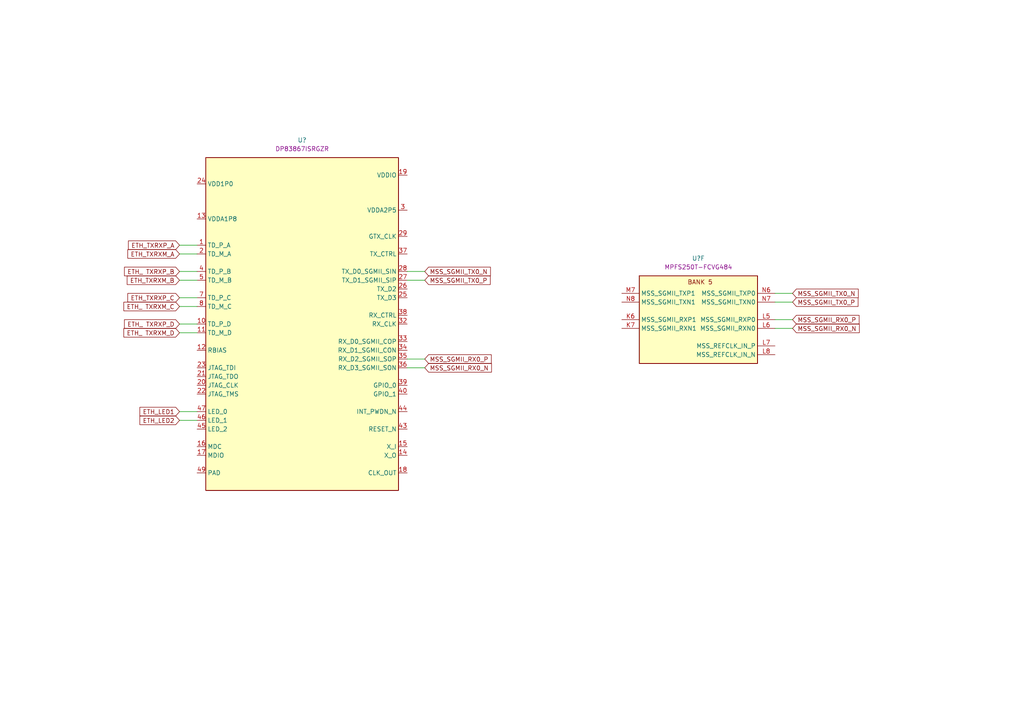
<source format=kicad_sch>
(kicad_sch (version 20211123) (generator eeschema)
  (paper "A4")
  (lib_symbols
    (symbol "antmicroInterfaceControllers:DP83867ISRGZR"
      (property "Reference" "U" (at 76.2 0 0))
      (property "MPN" "DP83867ISRGZR" (at 76.2 -2.54 0))
      (symbol "DP83867ISRGZR_1_1"
        (rectangle (start 2.54 5.08) (end 58.42 -91.44) (stroke (width 0.254)) (fill (type background)))
        (pin bidirectional line (at 60.96 -20.32 180) (length 2.54) (name "TD_P_A") (number "1"))
        (pin bidirectional line (at 60.96 -43.18 180) (length 2.54) (name "TD_P_D") (number "10"))
        (pin bidirectional line (at 60.96 -45.72 180) (length 2.54) (name "TD_M_D") (number "11"))
        (pin unspecified line (at 60.96 -50.8 180) (length 2.54) (name "RBIAS") (number "12"))
        (pin power_in line (at 60.96 -12.7 180) (length 2.54) (name "VDDA1P8") (number "13"))
        (pin unspecified line (at 0 -81.28 0) (length 2.54) (name "X_O") (number "14"))
        (pin unspecified line (at 0 -78.74 0) (length 2.54) (name "X_I") (number "15"))
        (pin input line (at 60.96 -78.74 180) (length 2.54) (name "MDC") (number "16"))
        (pin bidirectional line (at 60.96 -81.28 180) (length 2.54) (name "MDIO") (number "17"))
        (pin output line (at 0 -86.36 0) (length 2.54) (name "CLK_OUT") (number "18"))
        (pin power_in line (at 0 0 0) (length 2.54) (name "VDDIO") (number "19"))
        (pin bidirectional line (at 60.96 -22.86 180) (length 2.54) (name "TD_M_A") (number "2"))
        (pin input line (at 60.96 -60.96 180) (length 2.54) (name "JTAG_CLK") (number "20"))
        (pin output line (at 60.96 -58.42 180) (length 2.54) (name "JTAG_TDO") (number "21"))
        (pin input line (at 60.96 -63.5 180) (length 2.54) (name "JTAG_TMS") (number "22"))
        (pin input line (at 60.96 -55.88 180) (length 2.54) (name "JTAG_TDI") (number "23"))
        (pin power_in line (at 60.96 -2.54 180) (length 2.54) (name "VDD1P0") (number "24"))
        (pin input line (at 0 -35.56 0) (length 2.54) (name "TX_D3") (number "25"))
        (pin input line (at 0 -33.02 0) (length 2.54) (name "TX_D2") (number "26"))
        (pin input line (at 0 -30.48 0) (length 2.54) (name "TX_D1_SGMII_SIP") (number "27"))
        (pin input line (at 0 -27.94 0) (length 2.54) (name "TX_D0_SGMII_SIN") (number "28"))
        (pin input line (at 0 -17.78 0) (length 2.54) (name "GTX_CLK") (number "29"))
        (pin power_in line (at 0 -10.16 0) (length 2.54) (name "VDDA2P5") (number "3"))
        (pin passive line (at 0 0 0) (length 2.54) hide (name "VDDIO") (number "30"))
        (pin passive line (at 60.96 -2.54 180) (length 2.54) hide (name "VDD1P0") (number "31"))
        (pin output line (at 0 -43.18 0) (length 2.54) (name "RX_CLK") (number "32"))
        (pin output line (at 0 -48.26 0) (length 2.54) (name "RX_D0_SGMII_COP") (number "33"))
        (pin output line (at 0 -50.8 0) (length 2.54) (name "RX_D1_SGMII_CON") (number "34"))
        (pin output line (at 0 -53.34 0) (length 2.54) (name "RX_D2_SGMII_SOP") (number "35"))
        (pin output line (at 0 -55.88 0) (length 2.54) (name "RX_D3_SGMII_SON") (number "36"))
        (pin input line (at 0 -22.86 0) (length 2.54) (name "TX_CTRL") (number "37"))
        (pin output line (at 0 -40.64 0) (length 2.54) (name "RX_CTRL") (number "38"))
        (pin output line (at 0 -60.96 0) (length 2.54) (name "GPIO_0") (number "39"))
        (pin bidirectional line (at 60.96 -27.94 180) (length 2.54) (name "TD_P_B") (number "4"))
        (pin output line (at 0 -63.5 0) (length 2.54) (name "GPIO_1") (number "40"))
        (pin passive line (at 0 0 0) (length 2.54) hide (name "VDDIO") (number "41"))
        (pin passive line (at 60.96 -2.54 180) (length 2.54) hide (name "VDD1P0") (number "42"))
        (pin input line (at 0 -73.66 0) (length 2.54) (name "RESET_N") (number "43"))
        (pin bidirectional line (at 0 -68.58 0) (length 2.54) (name "INT_PWDN_N") (number "44"))
        (pin bidirectional line (at 60.96 -73.66 180) (length 2.54) (name "LED_2") (number "45"))
        (pin bidirectional line (at 60.96 -71.12 180) (length 2.54) (name "LED_1") (number "46"))
        (pin bidirectional line (at 60.96 -68.58 180) (length 2.54) (name "LED_0") (number "47"))
        (pin passive line (at 60.96 -12.7 180) (length 2.54) hide (name "VDDA1P8") (number "48"))
        (pin power_in line (at 60.96 -86.36 180) (length 2.54) (name "PAD") (number "49"))
        (pin bidirectional line (at 60.96 -30.48 180) (length 2.54) (name "TD_M_B") (number "5"))
        (pin passive line (at 60.96 -2.54 180) (length 2.54) hide (name "VDD1P0") (number "6"))
        (pin bidirectional line (at 60.96 -35.56 180) (length 2.54) (name "TD_P_C") (number "7"))
        (pin bidirectional line (at 60.96 -38.1 180) (length 2.54) (name "TD_M_C") (number "8"))
        (pin passive line (at 0 -10.16 0) (length 2.54) hide (name "VDDA2P5") (number "9"))
      )
    )
    (symbol "antmicroMicrocontrollers:MPFS250T-FCVG484"
      (property "Reference" "U" (at 104.14 0 0))
      (property "MPN" "MPFS250T-FCVG484" (at 104.14 -2.54 0))
      (symbol "MPFS250T-FCVG484_1_1"
        (rectangle (start 5.08 5.08) (end 85.09 -76.2) (stroke (width 0.254)) (fill (type background)))
        (text "BANK 0" (at 40.64 1.27 0) (effects (font (size 1.27 1.27)) (justify left bottom)))
        (pin bidirectional line (at 90.17 -35.56 180) (length 5.08) (name "HSIO88PB0") (number "AA12"))
        (pin bidirectional line (at 90.17 -25.4 180) (length 5.08) (name "HSIO86PB0/CLKIN_N_4/CCC_NW_PLL0_OUT0") (number "AA13"))
        (pin bidirectional line (at 90.17 -22.86 180) (length 5.08) (name "HSIO85NB0") (number "AA15"))
        (pin bidirectional line (at 90.17 -5.08 180) (length 5.08) (name "HSIO82PB0") (number "AA16"))
        (pin bidirectional line (at 90.17 -2.54 180) (length 5.08) (name "HSIO81NB0/DQS") (number "AA17"))
        (pin bidirectional line (at 0 -63.5 0) (length 5.08) (name "HSIO78NB0") (number "AA18"))
        (pin bidirectional line (at 0 -27.94 0) (length 5.08) (name "HSIO71NB0") (number "AA20"))
        (pin bidirectional line (at 0 -15.24 0) (length 5.08) (name "HSIO69PB0/DQS/CCC_NE_PLL0_OUT0") (number "AA21"))
        (pin bidirectional line (at 0 -17.78 0) (length 5.08) (name "HSIO69NB0/DQS") (number "AA22"))
        (pin bidirectional line (at 90.17 -38.1 180) (length 5.08) (name "HSIO88NB0") (number "AB12"))
        (pin bidirectional line (at 90.17 -27.94 180) (length 5.08) (name "HSIO86NB0") (number "AB13"))
        (pin bidirectional line (at 90.17 -15.24 180) (length 5.08) (name "HSIO84PB0/CLKIN_N_5") (number "AB14"))
        (pin bidirectional line (at 90.17 -17.78 180) (length 5.08) (name "HSIO84NB0") (number "AB15"))
        (pin bidirectional line (at 90.17 0 180) (length 5.08) (name "HSIO81PB0/DQS") (number "AB17"))
        (pin bidirectional line (at 0 -60.96 0) (length 5.08) (name "HSIO78PB0/CLKIN_N_7") (number "AB18"))
        (pin bidirectional line (at 0 -20.32 0) (length 5.08) (name "HSIO70PB0") (number "AB19"))
        (pin bidirectional line (at 0 -22.86 0) (length 5.08) (name "HSIO70NB0") (number "AB20"))
        (pin bidirectional line (at 0 -25.4 0) (length 5.08) (name "HSIO71PB0") (number "AB21"))
        (pin bidirectional line (at 90.17 -71.12 180) (length 5.08) (name "HSIO95PB0/CCC_NW_CLKIN_N_0") (number "R12"))
        (pin bidirectional line (at 0 -58.42 0) (length 5.08) (name "HSIO77NB0") (number "R14"))
        (pin bidirectional line (at 0 -55.88 0) (length 5.08) (name "HSIO77PB0") (number "R15"))
        (pin bidirectional line (at 0 -48.26 0) (length 5.08) (name "HSIO75NB0/DQS") (number "R16"))
        (pin bidirectional line (at 90.17 -68.58 180) (length 5.08) (name "HSIO94NB0") (number "T12"))
        (pin bidirectional line (at 90.17 -73.66 180) (length 5.08) (name "HSIO95NB0") (number "T13"))
        (pin bidirectional line (at 90.17 -53.34 180) (length 5.08) (name "HSIO91NB0") (number "T15"))
        (pin bidirectional line (at 0 -45.72 0) (length 5.08) (name "HSIO75PB0/DQS/CCC_NE_PLL1_OUT0") (number "T16"))
        (pin bidirectional line (at 0 -35.56 0) (length 5.08) (name "HSIO73PB0/CCC_NE_PLL1_OUT1") (number "T17"))
        (pin bidirectional line (at 90.17 -66.04 180) (length 5.08) (name "HSIO94PB0/CCC_NW_CLKIN_N_1") (number "U12"))
        (pin bidirectional line (at 90.17 -63.5 180) (length 5.08) (name "HSIO93NB0/DQS") (number "U13"))
        (pin bidirectional line (at 90.17 -60.96 180) (length 5.08) (name "HSIO93PB0/DQS/CCC_NW_PLL1_OUT0") (number "U14"))
        (pin bidirectional line (at 90.17 -50.8 180) (length 5.08) (name "HSIO91PB0/CCC_NW_PLL1_OUT1") (number "U15"))
        (pin bidirectional line (at 0 -38.1 0) (length 5.08) (name "HSIO73NB0") (number "U17"))
        (pin bidirectional line (at 0 -43.18 0) (length 5.08) (name "HSIO74NB0") (number "U18"))
        (pin bidirectional line (at 0 -40.64 0) (length 5.08) (name "HSIO74PB0/CLKIN_N_8/CCC_NE_CLKIN_N_8/CCC_NE_PLL1_OUT0") (number "U19"))
        (pin bidirectional line (at 90.17 -58.42 180) (length 5.08) (name "HSIO92NB0") (number "V12"))
        (pin bidirectional line (at 90.17 -45.72 180) (length 5.08) (name "HSIO90PB0/CLKIN_N_3/CCC_NW_CLKIN_N_3") (number "V14"))
        (pin bidirectional line (at 90.17 -48.26 180) (length 5.08) (name "HSIO90NB0") (number "V15"))
        (pin bidirectional line (at 0 -53.34 0) (length 5.08) (name "HSIO76NB0") (number "V16"))
        (pin bidirectional line (at 0 -50.8 0) (length 5.08) (name "HSIO76PB0") (number "V17"))
        (pin bidirectional line (at 0 -33.02 0) (length 5.08) (name "HSIO72NB0") (number "V19"))
        (pin bidirectional line (at 0 -30.48 0) (length 5.08) (name "HSIO72PB0/CLKIN_N_9/CCC_NE_CLKIN_N_9") (number "V20"))
        (pin bidirectional line (at 0 -12.7 0) (length 5.08) (name "HSIO68NB0") (number "V21"))
        (pin bidirectional line (at 0 -2.54 0) (length 5.08) (name "HSIO66NB0") (number "V22"))
        (pin bidirectional line (at 90.17 -55.88 180) (length 5.08) (name "HSIO92PB0/CLKIN_N_2/CCC_NW_CLKIN_N_2/CCC_NW_PLL1_OUT0") (number "W12"))
        (pin bidirectional line (at 90.17 -40.64 180) (length 5.08) (name "HSIO89PB0") (number "W13"))
        (pin bidirectional line (at 90.17 -33.02 180) (length 5.08) (name "HSIO87NB0/DQS") (number "W14"))
        (pin bidirectional line (at 90.17 -10.16 180) (length 5.08) (name "HSIO83PB0") (number "W16"))
        (pin bidirectional line (at 90.17 -12.7 180) (length 5.08) (name "HSIO83NB0") (number "W17"))
        (pin bidirectional line (at 0 -68.58 0) (length 5.08) (name "HSIO79NB0") (number "W18"))
        (pin bidirectional line (at 0 -66.04 0) (length 5.08) (name "HSIO79PB0") (number "W19"))
        (pin bidirectional line (at 0 -10.16 0) (length 5.08) (name "HSIO68PB0/CCC_NE_CLKIN_N_10/CCC_NE_PLL0_OUT0") (number "W21"))
        (pin bidirectional line (at 0 0 0) (length 5.08) (name "HSIO66PB0/CCC_NE_CLKIN_N_11") (number "W22"))
        (pin bidirectional line (at 90.17 -43.18 180) (length 5.08) (name "HSIO89NB0") (number "Y13"))
        (pin bidirectional line (at 90.17 -30.48 180) (length 5.08) (name "HSIO87PB0/DQS/CCC_NW_PLL0_OUT0") (number "Y14"))
        (pin bidirectional line (at 90.17 -20.32 180) (length 5.08) (name "HSIO85PB0/CCC_NW_PLL0_OUT1") (number "Y15"))
        (pin bidirectional line (at 90.17 -7.62 180) (length 5.08) (name "HSIO82NB0") (number "Y16"))
        (pin bidirectional line (at 0 -73.66 0) (length 5.08) (name "HSIO80NB0") (number "Y18"))
        (pin bidirectional line (at 0 -71.12 0) (length 5.08) (name "HSIO80PB0/CLKIN_N_6") (number "Y19"))
        (pin bidirectional line (at 0 -5.08 0) (length 5.08) (name "HSIO67PB0/CCC_NE_PLL0_OUT1") (number "Y20"))
        (pin bidirectional line (at 0 -7.62 0) (length 5.08) (name "HSIO67NB0") (number "Y21"))
      )
      (symbol "MPFS250T-FCVG484_2_1"
        (rectangle (start 5.08 5.08) (end 86.36 -106.68) (stroke (width 0.254)) (fill (type background)))
        (text "BANK 1" (at 41.91 1.27 0) (effects (font (size 1.27 1.27)) (justify left bottom)))
        (pin bidirectional line (at 91.44 -60.96 180) (length 5.08) (name "GPIO177PB1/CCC_SW_PLL0_OUT0") (number "A10"))
        (pin bidirectional line (at 91.44 -63.5 180) (length 5.08) (name "GPIO177NB1") (number "A11"))
        (pin bidirectional line (at 0 -7.62 0) (length 5.08) (name "GPIO1NB1") (number "A12"))
        (pin bidirectional line (at 0 -5.08 0) (length 5.08) (name "GPIO1PB1/CLKIN_S_5") (number "A13"))
        (pin bidirectional line (at 0 -25.4 0) (length 5.08) (name "GPIO5PB1/CLKIN_S_7") (number "A15"))
        (pin bidirectional line (at 0 -66.04 0) (length 5.08) (name "GPIO13PB1") (number "A16"))
        (pin bidirectional line (at 0 -68.58 0) (length 5.08) (name "GPIO13NB1") (number "A17"))
        (pin bidirectional line (at 0 -86.36 0) (length 5.08) (name "GPIO17PB1/CCC_SE_CLKIN_S_11") (number "A18"))
        (pin bidirectional line (at 0 -101.6 0) (length 5.08) (name "GPIO20PB9/DQS") (number "A20"))
        (pin bidirectional line (at 0 -104.14 0) (length 5.08) (name "GPIO20NB9/DQS") (number "A21"))
        (pin bidirectional line (at 91.44 -38.1 180) (length 5.08) (name "GPIO172NB1") (number "A5"))
        (pin bidirectional line (at 91.44 -35.56 180) (length 5.08) (name "GPIO172PB1/CCC_SW_PLL1_OUT1") (number "A6"))
        (pin bidirectional line (at 91.44 -40.64 180) (length 5.08) (name "GPIO173PB1/CLKIN_S_3/CCC_SW_CLKIN_S_3") (number "A7"))
        (pin bidirectional line (at 91.44 -50.8 180) (length 5.08) (name "GPIO175PB1") (number "A8"))
        (pin bidirectional line (at 91.44 -71.12 180) (length 5.08) (name "GPIO179PB1") (number "B10"))
        (pin bidirectional line (at 0 0 0) (length 5.08) (name "GPIO0PB1/CLKIN_S_4") (number "B12"))
        (pin bidirectional line (at 0 -15.24 0) (length 5.08) (name "GPIO3PB1/CLKIN_S_6") (number "B13"))
        (pin bidirectional line (at 0 -17.78 0) (length 5.08) (name "GPIO3NB1") (number "B14"))
        (pin bidirectional line (at 0 -27.94 0) (length 5.08) (name "GPIO5NB1") (number "B15"))
        (pin bidirectional line (at 0 -76.2 0) (length 5.08) (name "GPIO15PB1/CCC_SE_CLKIN_S_10/CCC_SE_PLL1_OUT0") (number "B17"))
        (pin bidirectional line (at 0 -88.9 0) (length 5.08) (name "GPIO17NB1") (number "B18"))
        (pin bidirectional line (at 0 -99.06 0) (length 5.08) (name "GPIO19NB9") (number "B19"))
        (pin bidirectional line (at 0 -96.52 0) (length 5.08) (name "GPIO19PB9") (number "B20"))
        (pin bidirectional line (at 91.44 -5.08 180) (length 5.08) (name "GPIO22PB9") (number "B21"))
        (pin bidirectional line (at 91.44 -7.62 180) (length 5.08) (name "GPIO22NB9") (number "B22"))
        (pin bidirectional line (at 91.44 -22.86 180) (length 5.08) (name "GPIO169NB1") (number "B4"))
        (pin bidirectional line (at 91.44 -27.94 180) (length 5.08) (name "GPIO170NB1/DQS") (number "B5"))
        (pin bidirectional line (at 91.44 -43.18 180) (length 5.08) (name "GPIO173NB1") (number "B7"))
        (pin bidirectional line (at 91.44 -53.34 180) (length 5.08) (name "GPIO175NB1") (number "B8"))
        (pin bidirectional line (at 91.44 -73.66 180) (length 5.08) (name "GPIO179NB1") (number "B9"))
        (pin bidirectional line (at 91.44 -55.88 180) (length 5.08) (name "GPIO176PB1/DQS/CCC_SW_PLL0_OUT0") (number "C10"))
        (pin bidirectional line (at 91.44 -66.04 180) (length 5.08) (name "GPIO178PB1/CCC_SW_PLL0_OUT1") (number "C11"))
        (pin bidirectional line (at 0 -2.54 0) (length 5.08) (name "GPIO0NB1") (number "C12"))
        (pin bidirectional line (at 0 -20.32 0) (length 5.08) (name "GPIO4PB1/LPRB_A") (number "C14"))
        (pin bidirectional line (at 0 -22.86 0) (length 5.08) (name "GPIO4NB1/LPRB_B") (number "C15"))
        (pin bidirectional line (at 0 -60.96 0) (length 5.08) (name "GPIO12PB1") (number "C16"))
        (pin bidirectional line (at 0 -78.74 0) (length 5.08) (name "GPIO15NB1") (number "C17"))
        (pin bidirectional line (at 0 -91.44 0) (length 5.08) (name "GPIO18PB9") (number "C19"))
        (pin bidirectional line (at 0 -93.98 0) (length 5.08) (name "GPIO18NB9") (number "C20"))
        (pin bidirectional line (at 91.44 -10.16 180) (length 5.08) (name "GPIO23PB9") (number "C22"))
        (pin bidirectional line (at 91.44 -20.32 180) (length 5.08) (name "GPIO169PB1/CCC_SW_CLKIN_S_1") (number "C4"))
        (pin bidirectional line (at 91.44 -25.4 180) (length 5.08) (name "GPIO170PB1/DQS/CCC_SW_PLL1_OUT0") (number "C5"))
        (pin bidirectional line (at 91.44 -30.48 180) (length 5.08) (name "GPIO171PB1/CLKIN_S_2/CCC_SW_CLKIN_S_2/CCC_SW_PLL1_OUT0") (number "C6"))
        (pin bidirectional line (at 91.44 -33.02 180) (length 5.08) (name "GPIO171NB1") (number "C7"))
        (pin bidirectional line (at 91.44 -58.42 180) (length 5.08) (name "GPIO176NB1/DQS") (number "C9"))
        (pin bidirectional line (at 91.44 -68.58 180) (length 5.08) (name "GPIO178NB1") (number "D11"))
        (pin bidirectional line (at 91.44 -91.44 180) (length 5.08) (name "GPIO183PB1") (number "D12"))
        (pin bidirectional line (at 0 -10.16 0) (length 5.08) (name "GPIO2PB1/DQS") (number "D13"))
        (pin bidirectional line (at 0 -12.7 0) (length 5.08) (name "GPIO2NB1/DQS") (number "D14"))
        (pin bidirectional line (at 0 -53.34 0) (length 5.08) (name "GPIO10NB1") (number "D16"))
        (pin bidirectional line (at 0 -63.5 0) (length 5.08) (name "GPIO12NB1") (number "D17"))
        (pin bidirectional line (at 0 -81.28 0) (length 5.08) (name "GPIO16PB1/CCC_SE_PLL1_OUT1") (number "D18"))
        (pin bidirectional line (at 0 -73.66 0) (length 5.08) (name "GPIO14NB1/DQS") (number "D19"))
        (pin bidirectional line (at 91.44 -2.54 180) (length 5.08) (name "GPIO21NB9") (number "D20"))
        (pin bidirectional line (at 91.44 0 180) (length 5.08) (name "GPIO21PB9") (number "D21"))
        (pin bidirectional line (at 91.44 -12.7 180) (length 5.08) (name "GPIO23NB9") (number "D22"))
        (pin bidirectional line (at 91.44 -17.78 180) (length 5.08) (name "GPIO168NB1") (number "D6"))
        (pin bidirectional line (at 91.44 -15.24 180) (length 5.08) (name "GPIO168PB1/CCC_SW_CLKIN_S_0") (number "D7"))
        (pin bidirectional line (at 91.44 -48.26 180) (length 5.08) (name "GPIO174NB1") (number "D8"))
        (pin bidirectional line (at 91.44 -45.72 180) (length 5.08) (name "GPIO174PB1") (number "D9"))
        (pin bidirectional line (at 91.44 -76.2 180) (length 5.08) (name "GPIO180PB1") (number "E10"))
        (pin bidirectional line (at 91.44 -93.98 180) (length 5.08) (name "GPIO183NB1") (number "E11"))
        (pin bidirectional line (at 91.44 -96.52 180) (length 5.08) (name "GPIO184PB1") (number "E13"))
        (pin bidirectional line (at 0 -48.26 0) (length 5.08) (name "GPIO9NB1") (number "E14"))
        (pin bidirectional line (at 0 -45.72 0) (length 5.08) (name "GPIO9PB1/CLKIN_S_8/CCC_SE_CLKIN_S_8/CCC_SE_PLL0_OUT0") (number "E15"))
        (pin bidirectional line (at 0 -50.8 0) (length 5.08) (name "GPIO10PB1/CCC_SE_PLL0_OUT1") (number "E16"))
        (pin bidirectional line (at 0 -83.82 0) (length 5.08) (name "GPIO16NB1") (number "E18"))
        (pin bidirectional line (at 0 -71.12 0) (length 5.08) (name "GPIO14PB1/DQS/CCC_SE_PLL1_OUT0") (number "E19"))
        (pin bidirectional line (at 91.44 -78.74 180) (length 5.08) (name "GPIO180NB1") (number "F10"))
        (pin bidirectional line (at 91.44 -83.82 180) (length 5.08) (name "GPIO181NB1") (number "F11"))
        (pin bidirectional line (at 91.44 -81.28 180) (length 5.08) (name "GPIO181PB1") (number "F12"))
        (pin bidirectional line (at 91.44 -99.06 180) (length 5.08) (name "GPIO184NB1") (number "F13"))
        (pin bidirectional line (at 0 -30.48 0) (length 5.08) (name "GPIO6PB1") (number "F15"))
        (pin bidirectional line (at 0 -58.42 0) (length 5.08) (name "GPIO11NB1") (number "F16"))
        (pin bidirectional line (at 0 -55.88 0) (length 5.08) (name "GPIO11PB1/CLKIN_S_9/CCC_SE_CLKIN_S_9") (number "F17"))
        (pin bidirectional line (at 91.44 -88.9 180) (length 5.08) (name "GPIO182NB1/DQS") (number "G12"))
        (pin bidirectional line (at 91.44 -101.6 180) (length 5.08) (name "GPIO185PB1") (number "G13"))
        (pin bidirectional line (at 0 -33.02 0) (length 5.08) (name "GPIO6NB1") (number "G14"))
        (pin bidirectional line (at 0 -35.56 0) (length 5.08) (name "GPIO7PB1") (number "G15"))
        (pin bidirectional line (at 0 -40.64 0) (length 5.08) (name "GPIO8PB1/DQS/CCC_SE_PLL0_OUT0") (number "G17"))
        (pin bidirectional line (at 91.44 -86.36 180) (length 5.08) (name "GPIO182PB1/DQS") (number "H12"))
        (pin bidirectional line (at 91.44 -104.14 180) (length 5.08) (name "GPIO185NB1") (number "H13"))
        (pin bidirectional line (at 0 -38.1 0) (length 5.08) (name "GPIO7NB1") (number "H15"))
        (pin bidirectional line (at 0 -43.18 0) (length 5.08) (name "GPIO8NB1/DQS") (number "H17"))
      )
      (symbol "MPFS250T-FCVG484_3_1"
        (rectangle (start 5.08 5.08) (end 29.21 -30.48) (stroke (width 0.254)) (fill (type background)))
        (text "BANK 2" (at 13.97 2.54 0) (effects (font (size 1.27 1.27)) (justify left bottom)))
        (pin bidirectional line (at 34.29 -17.78 180) (length 5.08) (name "MSSIO33B2") (number "A2"))
        (pin bidirectional line (at 34.29 -22.86 180) (length 5.08) (name "MSSIO35B2") (number "A3"))
        (pin bidirectional line (at 34.29 -2.54 180) (length 5.08) (name "MSSIO27B2") (number "B1"))
        (pin bidirectional line (at 34.29 -15.24 180) (length 5.08) (name "MSSIO32B2") (number "B2"))
        (pin bidirectional line (at 34.29 -20.32 180) (length 5.08) (name "MSSIO34B2") (number "B3"))
        (pin bidirectional line (at 34.29 0 180) (length 5.08) (name "MSSIO26B2") (number "C1"))
        (pin bidirectional line (at 34.29 -7.62 180) (length 5.08) (name "MSSIO29B2") (number "C2"))
        (pin bidirectional line (at 0 -20.32 0) (length 5.08) (name "MSSIO22B2") (number "D1"))
        (pin bidirectional line (at 0 -22.86 0) (length 5.08) (name "MSSIO23B2") (number "D2"))
        (pin bidirectional line (at 34.29 -5.08 180) (length 5.08) (name "MSSIO28B2") (number "D3"))
        (pin bidirectional line (at 34.29 -27.94 180) (length 5.08) (name "MSSIO37B2") (number "D4"))
        (pin bidirectional line (at 0 -12.7 0) (length 5.08) (name "MSSIO19B2") (number "E1"))
        (pin bidirectional line (at 34.29 -25.4 180) (length 5.08) (name "MSSIO36B2") (number "E3"))
        (pin bidirectional line (at 34.29 -12.7 180) (length 5.08) (name "MSSIO31B2") (number "E4"))
        (pin bidirectional line (at 34.29 -10.16 180) (length 5.08) (name "MSSIO30B2") (number "E5"))
        (pin bidirectional line (at 0 -2.54 0) (length 5.08) (name "MSSIO15B2") (number "F1"))
        (pin bidirectional line (at 0 -10.16 0) (length 5.08) (name "MSSIO18B2") (number "F2"))
        (pin bidirectional line (at 0 -27.94 0) (length 5.08) (name "MSSIO25B2") (number "F3"))
        (pin bidirectional line (at 0 -17.78 0) (length 5.08) (name "MSSIO21B2") (number "F5"))
        (pin bidirectional line (at 0 -25.4 0) (length 5.08) (name "MSSIO24B2") (number "F6"))
        (pin bidirectional line (at 0 0 0) (length 5.08) (name "MSSIO14B2") (number "G2"))
        (pin bidirectional line (at 0 -15.24 0) (length 5.08) (name "MSSIO20B2") (number "G3"))
        (pin bidirectional line (at 0 -7.62 0) (length 5.08) (name "MSSIO17B2") (number "G4"))
        (pin bidirectional line (at 0 -5.08 0) (length 5.08) (name "MSSIO16B2") (number "G5"))
      )
      (symbol "MPFS250T-FCVG484_4_1"
        (rectangle (start 5.08 5.08) (end 29.21 -17.78) (stroke (width 0.254)) (fill (type background)))
        (text "BANK 3" (at 13.97 2.54 0) (effects (font (size 1.27 1.27)) (justify left bottom)))
        (pin bidirectional line (at 0 -7.62 0) (length 5.08) (name "SCK") (number "E6"))
        (pin output line (at 34.29 -7.62 180) (length 5.08) (name "TDO") (number "E8"))
        (pin input line (at 34.29 -2.54 180) (length 5.08) (name "TCK") (number "E9"))
        (pin output line (at 0 -10.16 0) (length 5.08) (name "SDO") (number "F7"))
        (pin input line (at 34.29 -10.16 180) (length 5.08) (name "TMS") (number "F8"))
        (pin input line (at 0 0 0) (length 5.08) (name "FF_EXIT_N") (number "G10"))
        (pin bidirectional line (at 0 -15.24 0) (length 5.08) (name "SS") (number "G7"))
        (pin input line (at 34.29 -12.7 180) (length 5.08) (name "TRSTB") (number "G8"))
        (pin input line (at 34.29 -5.08 180) (length 5.08) (name "TDI") (number "G9"))
        (pin input line (at 0 -12.7 0) (length 5.08) (name "SDI") (number "H10"))
        (pin input line (at 0 -5.08 0) (length 5.08) (name "SPI_EN") (number "H11"))
        (pin input line (at 34.29 0 180) (length 5.08) (name "DEVRST_N") (number "H7"))
        (pin input line (at 0 -2.54 0) (length 5.08) (name "IO_CFG_INTF") (number "H9"))
      )
      (symbol "MPFS250T-FCVG484_5_1"
        (rectangle (start 5.08 5.08) (end 29.21 -17.78) (stroke (width 0.254)) (fill (type background)))
        (text "BANK 4" (at 13.97 2.54 0) (effects (font (size 1.27 1.27)) (justify left bottom)))
        (pin bidirectional line (at 0 -5.08 0) (length 5.08) (name "MSSIO2B4") (number "H1"))
        (pin bidirectional line (at 34.29 -10.16 180) (length 5.08) (name "MSSIO11B4") (number "H2"))
        (pin bidirectional line (at 34.29 0 180) (length 5.08) (name "MSSIO7B4") (number "H4"))
        (pin bidirectional line (at 34.29 -12.7 180) (length 5.08) (name "MSSIO12B4") (number "H5"))
        (pin bidirectional line (at 34.29 -5.08 180) (length 5.08) (name "MSSIO9B4") (number "H6"))
        (pin bidirectional line (at 0 0 0) (length 5.08) (name "MSSIO0B4") (number "J1"))
        (pin bidirectional line (at 34.29 -15.24 180) (length 5.08) (name "MSSIO13B4") (number "J2"))
        (pin bidirectional line (at 34.29 -7.62 180) (length 5.08) (name "MSSIO10B4") (number "J3"))
        (pin bidirectional line (at 0 -7.62 0) (length 5.08) (name "MSSIO3B4") (number "J4"))
        (pin bidirectional line (at 34.29 -2.54 180) (length 5.08) (name "MSSIO8B4") (number "J6"))
        (pin bidirectional line (at 0 -12.7 0) (length 5.08) (name "MSSIO5B4") (number "J7"))
        (pin bidirectional line (at 0 -15.24 0) (length 5.08) (name "MSSIO6B4") (number "K3"))
        (pin bidirectional line (at 0 -10.16 0) (length 5.08) (name "MSSIO4B4") (number "K4"))
        (pin bidirectional line (at 0 -2.54 0) (length 5.08) (name "MSSIO1B4") (number "K5"))
      )
      (symbol "MPFS250T-FCVG484_6_1"
        (rectangle (start 5.08 5.08) (end 39.37 -20.32) (stroke (width 0.254)) (fill (type background)))
        (text "BANK 5" (at 19.05 2.54 0) (effects (font (size 1.27 1.27)) (justify left bottom)))
        (pin bidirectional line (at 0 -7.62 0) (length 5.08) (name "MSS_SGMII_RXP1") (number "K6"))
        (pin bidirectional line (at 0 -10.16 0) (length 5.08) (name "MSS_SGMII_RXN1") (number "K7"))
        (pin bidirectional line (at 44.45 -7.62 180) (length 5.08) (name "MSS_SGMII_RXP0") (number "L5"))
        (pin bidirectional line (at 44.45 -10.16 180) (length 5.08) (name "MSS_SGMII_RXN0") (number "L6"))
        (pin bidirectional line (at 44.45 -15.24 180) (length 5.08) (name "MSS_REFCLK_IN_P") (number "L7"))
        (pin bidirectional line (at 44.45 -17.78 180) (length 5.08) (name "MSS_REFCLK_IN_N") (number "L8"))
        (pin bidirectional line (at 0 0 0) (length 5.08) (name "MSS_SGMII_TXP1") (number "M7"))
        (pin bidirectional line (at 44.45 0 180) (length 5.08) (name "MSS_SGMII_TXP0") (number "N6"))
        (pin bidirectional line (at 44.45 -2.54 180) (length 5.08) (name "MSS_SGMII_TXN0") (number "N7"))
        (pin bidirectional line (at 0 -2.54 0) (length 5.08) (name "MSS_SGMII_TXN1") (number "N8"))
      )
      (symbol "MPFS250T-FCVG484_7_1"
        (rectangle (start 5.08 5.08) (end 57.15 -139.7) (stroke (width 0.254)) (fill (type background)))
        (text "BANK 6" (at 27.94 2.54 0) (effects (font (size 1.27 1.27)) (justify left bottom)))
        (pin bidirectional line (at 0 -7.62 0) (length 5.08) (name "MSS_DDR_DQ3") (number "AA1"))
        (pin bidirectional line (at 0 -83.82 0) (length 5.08) (name "MSS_DDR_DQS_N2") (number "AA10"))
        (pin bidirectional line (at 0 -81.28 0) (length 5.08) (name "MSS_DDR_DQS_P2") (number "AA11"))
        (pin bidirectional line (at 0 -20.32 0) (length 5.08) (name "MSS_DDR_DQS_P0") (number "AA2"))
        (pin bidirectional line (at 0 -22.86 0) (length 5.08) (name "MSS_DDR_DQS_N0") (number "AA3"))
        (pin bidirectional line (at 0 -12.7 0) (length 5.08) (name "MSS_DDR_DQ5") (number "AA5"))
        (pin bidirectional line (at 0 -38.1 0) (length 5.08) (name "MSS_DDR_DQ11") (number "AA6"))
        (pin bidirectional line (at 0 -55.88 0) (length 5.08) (name "MSS_DDR_DM1") (number "AA7"))
        (pin bidirectional line (at 0 -48.26 0) (length 5.08) (name "MSS_DDR_DQ15") (number "AA8"))
        (pin bidirectional line (at 0 -68.58 0) (length 5.08) (name "MSS_DDR_DQ19") (number "AB10"))
        (pin bidirectional line (at 0 -15.24 0) (length 5.08) (name "MSS_DDR_DQ6") (number "AB2"))
        (pin bidirectional line (at 0 -17.78 0) (length 5.08) (name "MSS_DDR_DQ7") (number "AB3"))
        (pin bidirectional line (at 0 -25.4 0) (length 5.08) (name "MSS_DDR_DM0") (number "AB4"))
        (pin bidirectional line (at 0 -35.56 0) (length 5.08) (name "MSS_DDR_DQ10") (number "AB5"))
        (pin bidirectional line (at 0 -40.64 0) (length 5.08) (name "MSS_DDR_DQ12") (number "AB7"))
        (pin bidirectional line (at 0 -43.18 0) (length 5.08) (name "MSS_DDR_DQ13") (number "AB8"))
        (pin bidirectional line (at 0 -66.04 0) (length 5.08) (name "MSS_DDR_DQ18") (number "AB9"))
        (pin bidirectional line (at 62.23 -66.04 180) (length 5.08) (name "MSS_DDR_CKE0") (number "K1"))
        (pin bidirectional line (at 62.23 -129.54 180) (length 5.08) (name "MSS_DDR_ODT0") (number "L1"))
        (pin bidirectional line (at 62.23 -58.42 180) (length 5.08) (name "MSS_DDR_RAM_RST_N/DDR_PLL0_OUT1") (number "L2"))
        (pin bidirectional line (at 62.23 -60.96 180) (length 5.08) (name "MSS_DDR_CS0") (number "L3"))
        (pin bidirectional line (at 62.23 -76.2 180) (length 5.08) (name "MSS_DDR_BG1") (number "M2"))
        (pin bidirectional line (at 62.23 -63.5 180) (length 5.08) (name "MSS_DDR_CS1") (number "M3"))
        (pin bidirectional line (at 62.23 -132.08 180) (length 5.08) (name "MSS_DDR_ODT1") (number "M4"))
        (pin bidirectional line (at 62.23 -127 180) (length 5.08) (name "MSS_DDR_PARITY") (number "M5"))
        (pin bidirectional line (at 62.23 -73.66 180) (length 5.08) (name "MSS_DDR_BG0") (number "N1"))
        (pin bidirectional line (at 62.23 -68.58 180) (length 5.08) (name "MSS_DDR_CKE1") (number "N2"))
        (pin bidirectional line (at 62.23 -134.62 180) (length 5.08) (name "MSS_DDR_ALERT_N") (number "N4"))
        (pin bidirectional line (at 62.23 -71.12 180) (length 5.08) (name "MSS_DDR_ACT_N") (number "N5"))
        (pin bidirectional line (at 62.23 -30.48 180) (length 5.08) (name "MSS_DDR_A12") (number "P1"))
        (pin bidirectional line (at 62.23 -33.02 180) (length 5.08) (name "MSS_DDR_A13") (number "P2"))
        (pin bidirectional line (at 62.23 -35.56 180) (length 5.08) (name "MSS_DDR_A14") (number "P3"))
        (pin bidirectional line (at 62.23 -78.74 180) (length 5.08) (name "MSS_DDR_BA0") (number "P4"))
        (pin bidirectional line (at 62.23 -15.24 180) (length 5.08) (name "MSS_DDR_A6") (number "P6"))
        (pin bidirectional line (at 62.23 -20.32 180) (length 5.08) (name "MSS_DDR_A8") (number "P7"))
        (pin bidirectional line (at 0 -109.22 0) (length 5.08) (name "MSS_DDR_DQ31") (number "P8"))
        (pin bidirectional line (at 62.23 -27.94 180) (length 5.08) (name "MSS_DDR_A11") (number "R1"))
        (pin bidirectional line (at 0 -104.14 0) (length 5.08) (name "MSS_DDR_DQ29") (number "R10"))
        (pin bidirectional line (at 0 -101.6 0) (length 5.08) (name "MSS_DDR_DQ28") (number "R11"))
        (pin bidirectional line (at 62.23 -38.1 180) (length 5.08) (name "MSS_DDR_A15") (number "R3"))
        (pin bidirectional line (at 62.23 -40.64 180) (length 5.08) (name "MSS_DDR_A16") (number "R4"))
        (pin bidirectional line (at 62.23 -12.7 180) (length 5.08) (name "MSS_DDR_A5") (number "R5"))
        (pin bidirectional line (at 62.23 -10.16 180) (length 5.08) (name "MSS_DDR_A4") (number "R6"))
        (pin bidirectional line (at 0 -106.68 0) (length 5.08) (name "MSS_DDR_DQ30") (number "R8"))
        (pin bidirectional line (at 62.23 -121.92 180) (length 5.08) (name "MSS_DDR_CK1/DDR_PLL0_OUT0") (number "T1"))
        (pin bidirectional line (at 0 -116.84 0) (length 5.08) (name "MSS_DDR_DM3") (number "T10"))
        (pin bidirectional line (at 0 -96.52 0) (length 5.08) (name "MSS_DDR_DQ26") (number "T11"))
        (pin bidirectional line (at 62.23 -124.46 180) (length 5.08) (name "MSS_DDR_CK_N1") (number "T2"))
        (pin bidirectional line (at 62.23 -81.28 180) (length 5.08) (name "MSS_DDR_BA1") (number "T3"))
        (pin bidirectional line (at 62.23 0 180) (length 5.08) (name "MSS_DDR_A0") (number "T5"))
        (pin bidirectional line (at 62.23 -2.54 180) (length 5.08) (name "MSS_DDR_A1") (number "T6"))
        (pin bidirectional line (at 62.23 -17.78 180) (length 5.08) (name "MSS_DDR_A7") (number "T7"))
        (pin bidirectional line (at 0 -93.98 0) (length 5.08) (name "MSS_DDR_DQ25") (number "T8"))
        (pin bidirectional line (at 0 -99.06 0) (length 5.08) (name "MSS_DDR_DQ27") (number "U10"))
        (pin bidirectional line (at 62.23 -25.4 180) (length 5.08) (name "MSS_DDR_A10") (number "U2"))
        (pin bidirectional line (at 62.23 -114.3 180) (length 5.08) (name "MSS_DDR3_WE_N") (number "U3"))
        (pin bidirectional line (at 62.23 -119.38 180) (length 5.08) (name "MSS_DDR_CK_N0") (number "U4"))
        (pin bidirectional line (at 62.23 -116.84 180) (length 5.08) (name "MSS_DDR_CK0/DDR_PLL0_OUT0") (number "U5"))
        (pin bidirectional line (at 62.23 -22.86 180) (length 5.08) (name "MSS_DDR_A9") (number "U7"))
        (pin bidirectional line (at 0 -91.44 0) (length 5.08) (name "MSS_DDR_DQ24") (number "U8"))
        (pin bidirectional line (at 0 -111.76 0) (length 5.08) (name "MSS_DDR_DQS_P3") (number "U9"))
        (pin bidirectional line (at 0 -134.62 0) (length 5.08) (name "MSS_DDR_DQS_N4") (number "V1"))
        (pin bidirectional line (at 0 -73.66 0) (length 5.08) (name "MSS_DDR_DQ21") (number "V10"))
        (pin bidirectional line (at 0 -71.12 0) (length 5.08) (name "MSS_DDR_DQ20") (number "V11"))
        (pin bidirectional line (at 0 -132.08 0) (length 5.08) (name "MSS_DDR_DQS_P4") (number "V2"))
        (pin input line (at 62.23 -137.16 180) (length 5.08) (name "MSS_DDR_VREF_IN") (number "V4"))
        (pin bidirectional line (at 0 -137.16 0) (length 5.08) (name "MSS_DDR_DM4") (number "V5"))
        (pin bidirectional line (at 62.23 -7.62 180) (length 5.08) (name "MSS_DDR_A3") (number "V6"))
        (pin bidirectional line (at 62.23 -5.08 180) (length 5.08) (name "MSS_DDR_A2") (number "V7"))
        (pin bidirectional line (at 0 -114.3 0) (length 5.08) (name "MSS_DDR_DQS_N3") (number "V9"))
        (pin bidirectional line (at 0 -129.54 0) (length 5.08) (name "MSS_DDR_DQ35") (number "W1"))
        (pin bidirectional line (at 0 -78.74 0) (length 5.08) (name "MSS_DDR_DQ23") (number "W11"))
        (pin bidirectional line (at 0 -127 0) (length 5.08) (name "MSS_DDR_DQ34") (number "W2"))
        (pin bidirectional line (at 0 -124.46 0) (length 5.08) (name "MSS_DDR_DQ33") (number "W3"))
        (pin bidirectional line (at 0 -121.92 0) (length 5.08) (name "MSS_DDR_DQ32") (number "W4"))
        (pin bidirectional line (at 0 -53.34 0) (length 5.08) (name "MSS_DDR_DQS_N1") (number "W6"))
        (pin bidirectional line (at 0 -33.02 0) (length 5.08) (name "MSS_DDR_DQ9") (number "W7"))
        (pin bidirectional line (at 0 -30.48 0) (length 5.08) (name "MSS_DDR_DQ8") (number "W8"))
        (pin bidirectional line (at 0 -63.5 0) (length 5.08) (name "MSS_DDR_DQ17") (number "W9"))
        (pin bidirectional line (at 0 -5.08 0) (length 5.08) (name "MSS_DDR_DQ2") (number "Y1"))
        (pin bidirectional line (at 0 -86.36 0) (length 5.08) (name "MSS_DDR_DM2") (number "Y10"))
        (pin bidirectional line (at 0 -76.2 0) (length 5.08) (name "MSS_DDR_DQ22") (number "Y11"))
        (pin bidirectional line (at 0 0 0) (length 5.08) (name "MSS_DDR_DQ0") (number "Y3"))
        (pin bidirectional line (at 0 -2.54 0) (length 5.08) (name "MSS_DDR_DQ1") (number "Y4"))
        (pin bidirectional line (at 0 -10.16 0) (length 5.08) (name "MSS_DDR_DQ4") (number "Y5"))
        (pin bidirectional line (at 0 -50.8 0) (length 5.08) (name "MSS_DDR_DQS_P1") (number "Y6"))
        (pin bidirectional line (at 0 -45.72 0) (length 5.08) (name "MSS_DDR_DQ14") (number "Y8"))
        (pin bidirectional line (at 0 -60.96 0) (length 5.08) (name "MSS_DDR_DQ16") (number "Y9"))
      )
      (symbol "MPFS250T-FCVG484_8_1"
        (rectangle (start 5.08 5.08) (end 44.45 -43.18) (stroke (width 0.254)) (fill (type background)))
        (text "XCVR" (at 22.86 2.54 0) (effects (font (size 1.27 1.27)) (justify left bottom)))
        (pin output line (at 0 -2.54 0) (length 5.08) (name "XCVR_0_TX0_N") (number "F21"))
        (pin output line (at 0 0 0) (length 5.08) (name "XCVR_0_TX0_P") (number "F22"))
        (pin input line (at 49.53 -2.54 180) (length 5.08) (name "XCVR_0_RX0_N") (number "G19"))
        (pin input line (at 49.53 0 180) (length 5.08) (name "XCVR_0_RX0_P") (number "G20"))
        (pin output line (at 0 -10.16 0) (length 5.08) (name "XCVR_0_TX1_N") (number "H21"))
        (pin output line (at 0 -7.62 0) (length 5.08) (name "XCVR_0_TX1_P") (number "H22"))
        (pin input line (at 0 -38.1 0) (length 5.08) (name "XCVR_0C_REFCLK_P") (number "J19"))
        (pin input line (at 0 -40.64 0) (length 5.08) (name "XCVR_0C_REFCLK_N") (number "J20"))
        (pin input line (at 49.53 -10.16 180) (length 5.08) (name "XCVR_0_RX1_N") (number "K21"))
        (pin input line (at 49.53 -7.62 180) (length 5.08) (name "XCVR_0_RX1_P") (number "K22"))
        (pin input line (at 0 -30.48 0) (length 5.08) (name "XCVR_0A_REFCLK_P") (number "L19"))
        (pin input line (at 0 -33.02 0) (length 5.08) (name "XCVR_0A_REFCLK_N") (number "L20"))
        (pin input line (at 49.53 -17.78 180) (length 5.08) (name "XCVR_0_RX2_N") (number "M21"))
        (pin input line (at 49.53 -15.24 180) (length 5.08) (name "XCVR_0_RX2_P") (number "M22"))
        (pin input line (at 49.53 -30.48 180) (length 5.08) (name "XCVR_0B_REFCLK_P") (number "N19"))
        (pin input line (at 49.53 -33.02 180) (length 5.08) (name "XCVR_0B_REFCLK_N") (number "N20"))
        (pin output line (at 0 -17.78 0) (length 5.08) (name "XCVR_0_TX2_N") (number "P21"))
        (pin output line (at 0 -15.24 0) (length 5.08) (name "XCVR_0_TX2_P") (number "P22"))
        (pin input line (at 49.53 -25.4 180) (length 5.08) (name "XCVR_0_RX3_N") (number "R19"))
        (pin input line (at 49.53 -22.86 180) (length 5.08) (name "XCVR_0_RX3_P") (number "R20"))
        (pin output line (at 0 -25.4 0) (length 5.08) (name "XCVR_0_TX3_N") (number "T21"))
        (pin output line (at 0 -22.86 0) (length 5.08) (name "XCVR_0_TX3_P") (number "T22"))
      )
      (symbol "MPFS250T-FCVG484_9_1"
        (rectangle (start 5.08 2.54) (end 26.67 -22.86) (stroke (width 0.254)) (fill (type background)))
        (pin passive line (at 0 -20.32 0) (length 5.08) (name "VSS") (number "A1"))
        (pin passive line (at 0 -20.32 0) (length 5.08) hide (name "VSS") (number "A14"))
        (pin power_in line (at 31.75 -2.54 180) (length 5.08) (name "VDDI1") (number "A19"))
        (pin passive line (at 0 -20.32 0) (length 5.08) hide (name "VSS") (number "A22"))
        (pin passive line (at 0 -20.32 0) (length 5.08) hide (name "VSS") (number "A4"))
        (pin passive line (at 31.75 -2.54 180) (length 5.08) hide (name "VDDI1") (number "A9"))
        (pin passive line (at 0 -20.32 0) (length 5.08) hide (name "VSS") (number "AA14"))
        (pin power_in line (at 31.75 0 180) (length 5.08) (name "VDDI0") (number "AA19"))
        (pin passive line (at 0 -20.32 0) (length 5.08) hide (name "VSS") (number "AA4"))
        (pin power_in line (at 31.75 -15.24 180) (length 5.08) (name "VDDI6") (number "AA9"))
        (pin passive line (at 0 -20.32 0) (length 5.08) hide (name "VSS") (number "AB1"))
        (pin passive line (at 0 -20.32 0) (length 5.08) hide (name "VSS") (number "AB11"))
        (pin passive line (at 31.75 0 180) (length 5.08) hide (name "VDDI0") (number "AB16"))
        (pin passive line (at 0 -20.32 0) (length 5.08) hide (name "VSS") (number "AB22"))
        (pin passive line (at 31.75 -15.24 180) (length 5.08) hide (name "VDDI6") (number "AB6"))
        (pin passive line (at 0 -20.32 0) (length 5.08) hide (name "VSS") (number "B11"))
        (pin passive line (at 31.75 -2.54 180) (length 5.08) hide (name "VDDI1") (number "B16"))
        (pin passive line (at 31.75 -2.54 180) (length 5.08) hide (name "VDDI1") (number "B6"))
        (pin passive line (at 31.75 -2.54 180) (length 5.08) hide (name "VDDI1") (number "C13"))
        (pin passive line (at 0 -20.32 0) (length 5.08) hide (name "VSS") (number "C18"))
        (pin passive line (at 31.75 -2.54 180) (length 5.08) hide (name "VDDI1") (number "C21"))
        (pin power_in line (at 31.75 -5.08 180) (length 5.08) (name "VDDI2") (number "C3"))
        (pin passive line (at 0 -20.32 0) (length 5.08) hide (name "VSS") (number "C8"))
        (pin passive line (at 31.75 -2.54 180) (length 5.08) hide (name "VDDI1") (number "D10"))
        (pin passive line (at 0 -20.32 0) (length 5.08) hide (name "VSS") (number "D15"))
        (pin passive line (at 0 -20.32 0) (length 5.08) hide (name "VSS") (number "D5"))
        (pin passive line (at 0 -20.32 0) (length 5.08) hide (name "VSS") (number "E12"))
        (pin passive line (at 31.75 -2.54 180) (length 5.08) hide (name "VDDI1") (number "E17"))
        (pin passive line (at 0 -20.32 0) (length 5.08) hide (name "VSS") (number "E2"))
        (pin passive line (at 0 -20.32 0) (length 5.08) hide (name "VSS") (number "E20"))
        (pin passive line (at 0 -20.32 0) (length 5.08) hide (name "VSS") (number "E21"))
        (pin passive line (at 0 -20.32 0) (length 5.08) hide (name "VSS") (number "E22"))
        (pin power_in line (at 31.75 -7.62 180) (length 5.08) (name "VDDI3") (number "E7"))
        (pin passive line (at 31.75 -2.54 180) (length 5.08) hide (name "VDDI1") (number "F14"))
        (pin passive line (at 0 -20.32 0) (length 5.08) hide (name "VSS") (number "F18"))
        (pin passive line (at 0 -20.32 0) (length 5.08) hide (name "VSS") (number "F19"))
        (pin passive line (at 0 -20.32 0) (length 5.08) hide (name "VSS") (number "F20"))
        (pin passive line (at 31.75 -5.08 180) (length 5.08) hide (name "VDDI2") (number "F4"))
        (pin passive line (at 0 -20.32 0) (length 5.08) hide (name "VSS") (number "F9"))
        (pin passive line (at 31.75 -5.08 180) (length 5.08) hide (name "VDDI2") (number "G1"))
        (pin passive line (at 31.75 -2.54 180) (length 5.08) hide (name "VDDI1") (number "G11"))
        (pin passive line (at 0 -20.32 0) (length 5.08) hide (name "VSS") (number "G16"))
        (pin passive line (at 0 -20.32 0) (length 5.08) hide (name "VSS") (number "G18"))
        (pin power_in line (at 0 -7.62 0) (length 5.08) (name "VDDA") (number "G21"))
        (pin passive line (at 0 -20.32 0) (length 5.08) hide (name "VSS") (number "G22"))
        (pin passive line (at 0 -20.32 0) (length 5.08) hide (name "VSS") (number "G6"))
        (pin power_in line (at 0 -12.7 0) (length 5.08) (name "VDDAUX1") (number "H14"))
        (pin passive line (at 0 -12.7 0) (length 5.08) hide (name "VDDAUX1") (number "H16"))
        (pin power_in line (at 31.75 -17.78 180) (length 5.08) (name "XCVR_VREF") (number "H18"))
        (pin passive line (at 31.75 -17.78 180) (length 5.08) hide (name "XCVR_VREF") (number "H19"))
        (pin passive line (at 0 -20.32 0) (length 5.08) hide (name "VSS") (number "H20"))
        (pin passive line (at 0 -20.32 0) (length 5.08) hide (name "VSS") (number "H3"))
        (pin power_in line (at 0 -5.08 0) (length 5.08) (name "VDD25") (number "H8"))
        (pin passive line (at 0 -20.32 0) (length 5.08) hide (name "VSS") (number "J10"))
        (pin passive line (at 31.75 -7.62 180) (length 5.08) hide (name "VDDI3") (number "J11"))
        (pin passive line (at 0 -20.32 0) (length 5.08) hide (name "VSS") (number "J12"))
        (pin passive line (at 0 -12.7 0) (length 5.08) hide (name "VDDAUX1") (number "J13"))
        (pin passive line (at 0 -20.32 0) (length 5.08) hide (name "VSS") (number "J14"))
        (pin power_in line (at 0 0 0) (length 5.08) (name "VDD") (number "J15"))
        (pin passive line (at 0 -20.32 0) (length 5.08) hide (name "VSS") (number "J16"))
        (pin passive line (at 0 -5.08 0) (length 5.08) hide (name "VDD25") (number "J17"))
        (pin power_in line (at 0 -10.16 0) (length 5.08) (name "VDDA25") (number "J18"))
        (pin passive line (at 0 -7.62 0) (length 5.08) hide (name "VDDA") (number "J21"))
        (pin passive line (at 0 -20.32 0) (length 5.08) hide (name "VSS") (number "J22"))
        (pin power_in line (at 31.75 -10.16 180) (length 5.08) (name "VDDI4") (number "J5"))
        (pin passive line (at 0 -20.32 0) (length 5.08) hide (name "VSS") (number "J8"))
        (pin passive line (at 0 -12.7 0) (length 5.08) hide (name "VDDAUX1") (number "J9"))
        (pin passive line (at 0 -12.7 0) (length 5.08) hide (name "VDDAUX1") (number "K10"))
        (pin passive line (at 0 -20.32 0) (length 5.08) hide (name "VSS") (number "K11"))
        (pin passive line (at 0 0 0) (length 5.08) hide (name "VDD") (number "K12"))
        (pin passive line (at 0 -20.32 0) (length 5.08) hide (name "VSS") (number "K13"))
        (pin passive line (at 0 0 0) (length 5.08) hide (name "VDD") (number "K14"))
        (pin passive line (at 0 -20.32 0) (length 5.08) hide (name "VSS") (number "K15"))
        (pin passive line (at 0 0 0) (length 5.08) hide (name "VDD") (number "K16"))
        (pin passive line (at 0 -20.32 0) (length 5.08) hide (name "VSS") (number "K17"))
        (pin power_in line (at 31.75 -20.32 180) (length 5.08) (name "VDD_XCVR_CLK") (number "K18"))
        (pin passive line (at 0 -7.62 0) (length 5.08) hide (name "VDDA") (number "K19"))
        (pin passive line (at 31.75 -10.16 180) (length 5.08) hide (name "VDDI4") (number "K2"))
        (pin passive line (at 0 -20.32 0) (length 5.08) hide (name "VSS") (number "K20"))
        (pin power_in line (at 0 -15.24 0) (length 5.08) (name "VDDAUX2") (number "K8"))
        (pin passive line (at 0 -20.32 0) (length 5.08) hide (name "VSS") (number "K9"))
        (pin passive line (at 0 -20.32 0) (length 5.08) hide (name "VSS") (number "L10"))
        (pin passive line (at 0 0 0) (length 5.08) hide (name "VDD") (number "L11"))
        (pin passive line (at 0 -20.32 0) (length 5.08) hide (name "VSS") (number "L12"))
        (pin passive line (at 0 0 0) (length 5.08) hide (name "VDD") (number "L13"))
        (pin passive line (at 0 -20.32 0) (length 5.08) hide (name "VSS") (number "L14"))
        (pin passive line (at 0 -5.08 0) (length 5.08) hide (name "VDD25") (number "L15"))
        (pin passive line (at 0 -20.32 0) (length 5.08) hide (name "VSS") (number "L16"))
        (pin passive line (at 0 0 0) (length 5.08) hide (name "VDD") (number "L17"))
        (pin passive line (at 0 -20.32 0) (length 5.08) hide (name "VSS") (number "L18"))
        (pin passive line (at 0 -7.62 0) (length 5.08) hide (name "VDDA") (number "L21"))
        (pin passive line (at 0 -20.32 0) (length 5.08) hide (name "VSS") (number "L22"))
        (pin passive line (at 0 -20.32 0) (length 5.08) hide (name "VSS") (number "L4"))
        (pin passive line (at 0 -15.24 0) (length 5.08) hide (name "VDDAUX2") (number "L9"))
        (pin passive line (at 0 -20.32 0) (length 5.08) hide (name "VSS") (number "M1"))
        (pin power_in line (at 0 -17.78 0) (length 5.08) (name "VDDAUX4") (number "M10"))
        (pin passive line (at 0 -20.32 0) (length 5.08) hide (name "VSS") (number "M11"))
        (pin passive line (at 0 0 0) (length 5.08) hide (name "VDD") (number "M12"))
        (pin passive line (at 0 -20.32 0) (length 5.08) hide (name "VSS") (number "M13"))
        (pin passive line (at 0 0 0) (length 5.08) hide (name "VDD") (number "M14"))
        (pin passive line (at 0 -20.32 0) (length 5.08) hide (name "VSS") (number "M15"))
        (pin passive line (at 0 0 0) (length 5.08) hide (name "VDD") (number "M16"))
        (pin passive line (at 0 -20.32 0) (length 5.08) hide (name "VSS") (number "M17"))
        (pin passive line (at 0 -10.16 0) (length 5.08) hide (name "VDDA25") (number "M18"))
        (pin passive line (at 0 -20.32 0) (length 5.08) hide (name "VSS") (number "M19"))
        (pin passive line (at 0 -20.32 0) (length 5.08) hide (name "VSS") (number "M20"))
        (pin power_in line (at 31.75 -12.7 180) (length 5.08) (name "VDDI5") (number "M6"))
        (pin passive line (at 31.75 -12.7 180) (length 5.08) hide (name "VDDI5") (number "M8"))
        (pin passive line (at 0 -20.32 0) (length 5.08) hide (name "VSS") (number "M9"))
        (pin passive line (at 0 -20.32 0) (length 5.08) hide (name "VSS") (number "N10"))
        (pin passive line (at 0 0 0) (length 5.08) hide (name "VDD") (number "N11"))
        (pin passive line (at 0 -20.32 0) (length 5.08) hide (name "VSS") (number "N12"))
        (pin passive line (at 0 0 0) (length 5.08) hide (name "VDD") (number "N13"))
        (pin passive line (at 0 -20.32 0) (length 5.08) hide (name "VSS") (number "N14"))
        (pin passive line (at 0 0 0) (length 5.08) hide (name "VDD") (number "N15"))
        (pin passive line (at 0 -20.32 0) (length 5.08) hide (name "VSS") (number "N16"))
        (pin passive line (at 0 0 0) (length 5.08) hide (name "VDD") (number "N17"))
        (pin passive line (at 0 -20.32 0) (length 5.08) hide (name "VSS") (number "N18"))
        (pin passive line (at 0 -7.62 0) (length 5.08) hide (name "VDDA") (number "N21"))
        (pin passive line (at 0 -20.32 0) (length 5.08) hide (name "VSS") (number "N22"))
        (pin passive line (at 31.75 -15.24 180) (length 5.08) hide (name "VDDI6") (number "N3"))
        (pin passive line (at 0 -17.78 0) (length 5.08) hide (name "VDDAUX4") (number "N9"))
        (pin power_in line (at 0 -2.54 0) (length 5.08) (name "VDD18") (number "P10"))
        (pin passive line (at 0 -20.32 0) (length 5.08) hide (name "VSS") (number "P11"))
        (pin passive line (at 0 -2.54 0) (length 5.08) hide (name "VDD18") (number "P12"))
        (pin passive line (at 0 -20.32 0) (length 5.08) hide (name "VSS") (number "P13"))
        (pin passive line (at 0 -2.54 0) (length 5.08) hide (name "VDD18") (number "P14"))
        (pin passive line (at 0 -20.32 0) (length 5.08) hide (name "VSS") (number "P15"))
        (pin passive line (at 0 -2.54 0) (length 5.08) hide (name "VDD18") (number "P16"))
        (pin passive line (at 0 -20.32 0) (length 5.08) hide (name "VSS") (number "P17"))
        (pin passive line (at 31.75 -20.32 180) (length 5.08) hide (name "VDD_XCVR_CLK") (number "P18"))
        (pin passive line (at 0 -7.62 0) (length 5.08) hide (name "VDDA") (number "P19"))
        (pin passive line (at 0 -20.32 0) (length 5.08) hide (name "VSS") (number "P20"))
        (pin passive line (at 0 -20.32 0) (length 5.08) hide (name "VSS") (number "P5"))
        (pin passive line (at 0 -20.32 0) (length 5.08) hide (name "VSS") (number "P9"))
        (pin passive line (at 0 -2.54 0) (length 5.08) hide (name "VDD18") (number "R13"))
        (pin passive line (at 0 -5.08 0) (length 5.08) hide (name "VDD25") (number "R17"))
        (pin passive line (at 0 -20.32 0) (length 5.08) hide (name "VSS") (number "R18"))
        (pin passive line (at 0 -20.32 0) (length 5.08) hide (name "VSS") (number "R2"))
        (pin passive line (at 0 -7.62 0) (length 5.08) hide (name "VDDA") (number "R21"))
        (pin passive line (at 0 -20.32 0) (length 5.08) hide (name "VSS") (number "R22"))
        (pin passive line (at 31.75 -15.24 180) (length 5.08) hide (name "VDDI6") (number "R7"))
        (pin passive line (at 0 -5.08 0) (length 5.08) hide (name "VDD25") (number "R9"))
        (pin passive line (at 31.75 0 180) (length 5.08) hide (name "VDDI0") (number "T14"))
        (pin passive line (at 0 -20.32 0) (length 5.08) hide (name "VSS") (number "T18"))
        (pin passive line (at 0 -20.32 0) (length 5.08) hide (name "VSS") (number "T19"))
        (pin passive line (at 0 -20.32 0) (length 5.08) hide (name "VSS") (number "T20"))
        (pin passive line (at 31.75 -15.24 180) (length 5.08) hide (name "VDDI6") (number "T4"))
        (pin passive line (at 0 -20.32 0) (length 5.08) hide (name "VSS") (number "T9"))
        (pin passive line (at 31.75 -15.24 180) (length 5.08) hide (name "VDDI6") (number "U1"))
        (pin passive line (at 31.75 -15.24 180) (length 5.08) hide (name "VDDI6") (number "U11"))
        (pin passive line (at 0 -20.32 0) (length 5.08) hide (name "VSS") (number "U16"))
        (pin passive line (at 0 -20.32 0) (length 5.08) hide (name "VSS") (number "U20"))
        (pin passive line (at 0 -20.32 0) (length 5.08) hide (name "VSS") (number "U21"))
        (pin passive line (at 0 -20.32 0) (length 5.08) hide (name "VSS") (number "U22"))
        (pin passive line (at 0 -20.32 0) (length 5.08) hide (name "VSS") (number "U6"))
        (pin passive line (at 0 -20.32 0) (length 5.08) hide (name "VSS") (number "V13"))
        (pin passive line (at 31.75 0 180) (length 5.08) hide (name "VDDI0") (number "V18"))
        (pin passive line (at 0 -20.32 0) (length 5.08) hide (name "VSS") (number "V3"))
        (pin passive line (at 31.75 -15.24 180) (length 5.08) hide (name "VDDI6") (number "V8"))
        (pin passive line (at 0 -20.32 0) (length 5.08) hide (name "VSS") (number "W10"))
        (pin passive line (at 31.75 0 180) (length 5.08) hide (name "VDDI0") (number "W15"))
        (pin passive line (at 0 -20.32 0) (length 5.08) hide (name "VSS") (number "W20"))
        (pin passive line (at 31.75 -15.24 180) (length 5.08) hide (name "VDDI6") (number "W5"))
        (pin passive line (at 31.75 0 180) (length 5.08) hide (name "VDDI0") (number "Y12"))
        (pin passive line (at 0 -20.32 0) (length 5.08) hide (name "VSS") (number "Y17"))
        (pin passive line (at 31.75 -15.24 180) (length 5.08) hide (name "VDDI6") (number "Y2"))
        (pin passive line (at 31.75 0 180) (length 5.08) hide (name "VDDI0") (number "Y22"))
        (pin passive line (at 0 -20.32 0) (length 5.08) hide (name "VSS") (number "Y7"))
      )
    )
  )
  (wire (pts (xy 118.11 78.74) (xy 123.19 78.74)))
  (wire (pts (xy 224.79 85.09) (xy 229.87 85.09)))
  (wire (pts (xy 118.11 81.28) (xy 123.19 81.28)))
  (wire (pts (xy 57.15 78.74) (xy 52.07 78.74)))
  (wire (pts (xy 57.15 73.66) (xy 52.07 73.66)))
  (wire (pts (xy 57.15 88.9) (xy 52.07 88.9)))
  (wire (pts (xy 224.79 87.63) (xy 229.87 87.63)))
  (wire (pts (xy 224.79 92.71) (xy 229.87 92.71)))
  (wire (pts (xy 57.15 96.52) (xy 52.07 96.52)))
  (wire (pts (xy 224.79 95.25) (xy 229.87 95.25)))
  (wire (pts (xy 57.15 93.98) (xy 52.07 93.98)))
  (wire (pts (xy 57.15 71.12) (xy 52.07 71.12)))
  (wire (pts (xy 57.15 121.92) (xy 52.07 121.92)))
  (wire (pts (xy 118.11 104.14) (xy 123.19 104.14)))
  (wire (pts (xy 57.15 81.28) (xy 52.07 81.28)))
  (wire (pts (xy 57.15 119.38) (xy 52.07 119.38)))
  (wire (pts (xy 118.11 106.68) (xy 123.19 106.68)))
  (wire (pts (xy 57.15 86.36) (xy 52.07 86.36)))
  (global_label "ETH_LED2" (shape input) (at 52.07 121.92 180) (property "Intersheet References" "${INTERSHEET_REFS}" (effects hide)))
  (global_label "ETH_TXRXM_B" (shape input) (at 52.07 81.28 180) (property "Intersheet References" "${INTERSHEET_REFS}" (effects hide)))
  (global_label "MSS_SGMII_RX0_N" (shape input) (at 229.87 95.25 0) (property "Intersheet References" "${INTERSHEET_REFS}" (effects hide)))
  (global_label "MSS_SGMII_TX0_P" (shape input) (at 123.19 81.28 0) (property "Intersheet References" "${INTERSHEET_REFS}" (effects hide)))
  (global_label "ETH_TXRXP_C" (shape input) (at 52.07 86.36 180) (property "Intersheet References" "${INTERSHEET_REFS}" (effects hide)))
  (global_label "ETH_TXRXP_A" (shape input) (at 52.07 71.12 180) (property "Intersheet References" "${INTERSHEET_REFS}" (effects hide)))
  (global_label "ETH_ TXRXP_B" (shape input) (at 52.07 78.74 180) (property "Intersheet References" "${INTERSHEET_REFS}" (effects hide)))
  (global_label "ETH_TXRXM_A" (shape input) (at 52.07 73.66 180) (property "Intersheet References" "${INTERSHEET_REFS}" (effects hide)))
  (global_label "MSS_SGMII_TX0_N" (shape input) (at 229.87 85.09 0) (property "Intersheet References" "${INTERSHEET_REFS}" (effects hide)))
  (global_label "MSS_SGMII_RX0_P" (shape input) (at 229.87 92.71 0) (property "Intersheet References" "${INTERSHEET_REFS}" (effects hide)))
  (global_label "ETH_ TXRXP_D" (shape input) (at 52.07 93.98 180) (property "Intersheet References" "${INTERSHEET_REFS}" (effects hide)))
  (global_label "MSS_SGMII_TX0_P" (shape input) (at 229.87 87.63 0) (property "Intersheet References" "${INTERSHEET_REFS}" (effects hide)))
  (global_label "ETH_LED1" (shape input) (at 52.07 119.38 180) (property "Intersheet References" "${INTERSHEET_REFS}" (effects hide)))
  (global_label "ETH_ TXRXM_C" (shape input) (at 52.07 88.9 180) (property "Intersheet References" "${INTERSHEET_REFS}" (effects hide)))
  (global_label "MSS_SGMII_RX0_P" (shape input) (at 123.19 104.14 0) (property "Intersheet References" "${INTERSHEET_REFS}" (effects hide)))
  (global_label "MSS_SGMII_RX0_N" (shape input) (at 123.19 106.68 0) (property "Intersheet References" "${INTERSHEET_REFS}" (effects hide)))
  (global_label "MSS_SGMII_TX0_N" (shape input) (at 123.19 78.74 0) (property "Intersheet References" "${INTERSHEET_REFS}" (effects hide)))
  (global_label "ETH_ TXRXM_D" (shape input) (at 52.07 96.52 180) (property "Intersheet References" "${INTERSHEET_REFS}" (effects hide)))
  (symbol (lib_id "antmicroInterfaceControllers:DP83867ISRGZR") (at 118.11 50.8 0) (mirror y) (unit 1)
    (property "Reference" "U?" (at 87.63 40.64 0))
    (property "Value" "DP83867ISRGZR" (effects hide))
    (property "Footprint" "antmicro-footprints:VQFN-48_7x7mm_P0.5mm_EP4.1x4.1mm" (effects hide))
    (property "Datasheet" "https://www.ti.com/lit/ds/symlink/dp83867is.pdf?HQS=dis-dk-null-digikeymode-dsf-pf-null-wwe&ts=1704962980288&ref_url=https%253A%252F%252Fwww.ti.com%252Fgeneral%252Fdocs%252Fsuppproductinfo.tsp%253FdistId%253D10%2526gotoUrl%253Dhttps%253A%252F%252Fwww.ti.com%252Flit%252Fgpn%252Fdp83867is" (effects hide))
    (property "Author" "Antmicro" (effects hide))
    (property "License" "Apache-2.0" (effects hide))
    (property "MPN" "DP83867ISRGZR" (at 87.63 43.18 0))
  )
  (symbol (lib_id "antmicroMicrocontrollers:MPFS250T-FCVG484") (at 180.34 85.09 0) (unit 6)
    (property "Reference" "U?" (at 202.565 74.93 0))
    (property "Value" "MPFS250T-FCVG484" (effects hide))
    (property "Footprint" "antmicro-footprints:BGA-484_19x19mm_Layout22x22_P0.8mm_FCVG484" (effects hide))
    (property "Datasheet" "https://www.microsemi.com/document-portal/doc_download/1244583-polarfire-soc-advance-datasheet" (effects hide))
    (property "MPN" "MPFS250T-FCVG484" (at 202.565 77.47 0))
    (property "Manufacturer" "Microchip Technology" (effects hide))
    (property "VSD_class" "MPFS250T" (effects hide))
    (property "Author" "Antmicro" (effects hide))
    (property "License" "Apache-2.0" (effects hide))
  )
)
</source>
